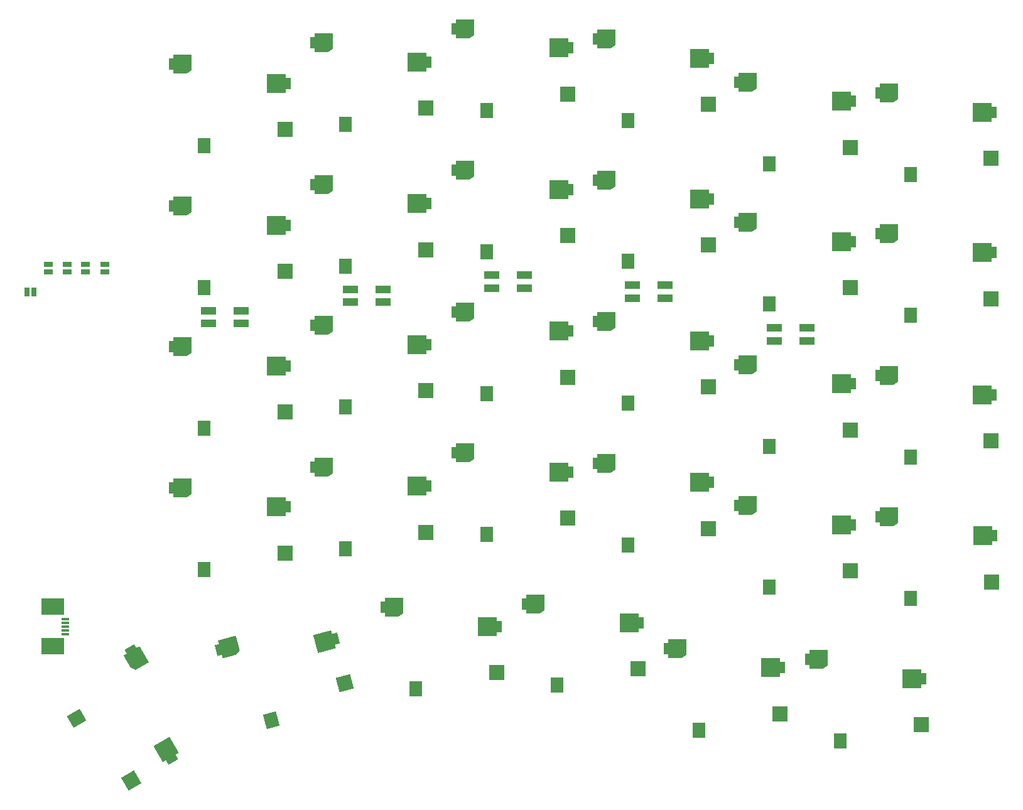
<source format=gbr>
%TF.GenerationSoftware,KiCad,Pcbnew,(5.99.0-9486-g75c525af4f)*%
%TF.CreationDate,2021-07-25T02:57:46+01:00*%
%TF.ProjectId,LimeKeyboard,4c696d65-4b65-4796-926f-6172642e6b69,rev?*%
%TF.SameCoordinates,Original*%
%TF.FileFunction,Paste,Top*%
%TF.FilePolarity,Positive*%
%FSLAX46Y46*%
G04 Gerber Fmt 4.6, Leading zero omitted, Abs format (unit mm)*
G04 Created by KiCad (PCBNEW (5.99.0-9486-g75c525af4f)) date 2021-07-25 02:57:46*
%MOMM*%
%LPD*%
G01*
G04 APERTURE LIST*
G04 Aperture macros list*
%AMRotRect*
0 Rectangle, with rotation*
0 The origin of the aperture is its center*
0 $1 length*
0 $2 width*
0 $3 Rotation angle, in degrees counterclockwise*
0 Add horizontal line*
21,1,$1,$2,0,0,$3*%
%AMFreePoly0*
4,1,24,2.735355,1.235355,2.750000,1.200000,2.750000,-0.800000,2.748029,-0.804757,2.749028,-0.809806,2.740927,-0.821903,2.735355,-0.835355,2.730600,-0.837325,2.727735,-0.841603,2.127735,-1.241603,2.113450,-1.244429,2.100000,-1.250000,0.300000,-1.250000,0.264645,-1.235355,0.250000,-1.200000,0.250000,-0.750000,-0.350000,-0.750000,-0.350000,0.750000,0.250000,0.750000,0.250000,1.200000,
0.264645,1.235355,0.300000,1.250000,2.700000,1.250000,2.735355,1.235355,2.735355,1.235355,$1*%
%AMFreePoly1*
4,1,17,-0.364645,1.235355,-0.350000,1.200000,-0.350000,0.750000,0.350000,0.750000,0.350000,-0.750000,-0.350000,-0.750000,-0.350000,-1.200000,-0.364645,-1.235355,-0.400000,-1.250000,-2.800000,-1.250000,-2.835355,-1.235355,-2.850000,-1.200000,-2.850000,1.200000,-2.835355,1.235355,-2.800000,1.250000,-0.400000,1.250000,-0.364645,1.235355,-0.364645,1.235355,$1*%
G04 Aperture macros list end*
%ADD10R,2.000000X1.000000*%
%ADD11FreePoly0,0.000000*%
%ADD12R,2.000000X2.000000*%
%ADD13R,1.800000X2.000000*%
%ADD14FreePoly1,0.000000*%
%ADD15R,0.635000X1.143000*%
%ADD16R,1.143000X0.635000*%
%ADD17RotRect,2.000000X2.000000X120.000000*%
%ADD18FreePoly0,300.000000*%
%ADD19FreePoly1,300.000000*%
%ADD20RotRect,1.800000X2.000000X120.000000*%
%ADD21RotRect,2.000000X2.000000X195.000000*%
%ADD22FreePoly0,15.000000*%
%ADD23FreePoly1,15.000000*%
%ADD24RotRect,1.800000X2.000000X195.000000*%
%ADD25R,1.100000X0.300000*%
%ADD26R,3.100000X2.300000*%
G04 APERTURE END LIST*
D10*
%TO.C,D35*%
X169281200Y-82726500D03*
X169281200Y-80976500D03*
X164881200Y-80976500D03*
X164881200Y-82726500D03*
%TD*%
D11*
%TO.C,SW1*%
X102759000Y-51211900D03*
D12*
X118059000Y-60011900D03*
D13*
X107159000Y-62211900D03*
D14*
X118459000Y-53811900D03*
%TD*%
D11*
%TO.C,SW24*%
X198009000Y-112211900D03*
D12*
X213309000Y-121011900D03*
D13*
X202409000Y-123211900D03*
D14*
X213709000Y-114811900D03*
%TD*%
D11*
%TO.C,SW3*%
X140859000Y-46421900D03*
D12*
X156159000Y-55221900D03*
D13*
X145259000Y-57421900D03*
D14*
X156559000Y-49021900D03*
%TD*%
D15*
%TO.C,W1*%
X83230720Y-81889600D03*
X84231480Y-81889600D03*
%TD*%
D16*
%TO.C,JP4*%
X86146300Y-79185680D03*
X86146300Y-78184920D03*
%TD*%
D10*
%TO.C,D36*%
X188445500Y-88492300D03*
X188445500Y-86742300D03*
X184045500Y-86742300D03*
X184045500Y-88492300D03*
%TD*%
D17*
%TO.C,SW25*%
X97284706Y-147756706D03*
D18*
X97255730Y-130106517D03*
D19*
X102854064Y-145003116D03*
D20*
X89929450Y-139417029D03*
%TD*%
D11*
%TO.C,SW29*%
X169459000Y-129977200D03*
D12*
X184759000Y-138777200D03*
D14*
X185159000Y-132577200D03*
D13*
X173859000Y-140977200D03*
%TD*%
D11*
%TO.C,SW30*%
X188509000Y-131477200D03*
D12*
X203809000Y-140277200D03*
D13*
X192909000Y-142477200D03*
D14*
X204209000Y-134077200D03*
%TD*%
D12*
%TO.C,SW21*%
X156159000Y-112411900D03*
D11*
X140859000Y-103611900D03*
D14*
X156559000Y-106211900D03*
D13*
X145259000Y-114611900D03*
%TD*%
D11*
%TO.C,SW20*%
X121759000Y-105511900D03*
D12*
X137059000Y-114311900D03*
D14*
X137459000Y-108111900D03*
D13*
X126159000Y-116511900D03*
%TD*%
D12*
%TO.C,SW23*%
X194259000Y-119511900D03*
D11*
X178959000Y-110711900D03*
D14*
X194659000Y-113311900D03*
D13*
X183359000Y-121711900D03*
%TD*%
D11*
%TO.C,SW27*%
X131259000Y-124461900D03*
D12*
X146559000Y-133261900D03*
D14*
X146959000Y-127061900D03*
D13*
X135659000Y-135461900D03*
%TD*%
D12*
%TO.C,SW17*%
X194259000Y-100511900D03*
D11*
X178959000Y-91711900D03*
D14*
X194659000Y-94311900D03*
D13*
X183359000Y-102711900D03*
%TD*%
D11*
%TO.C,SW15*%
X140859000Y-84611900D03*
D12*
X156159000Y-93411900D03*
D13*
X145259000Y-95611900D03*
D14*
X156559000Y-87211900D03*
%TD*%
D11*
%TO.C,SW14*%
X121759000Y-86411900D03*
D12*
X137059000Y-95211900D03*
D13*
X126159000Y-97411900D03*
D14*
X137459000Y-89011900D03*
%TD*%
D12*
%TO.C,SW16*%
X175159000Y-94711900D03*
D11*
X159859000Y-85911900D03*
D14*
X175559000Y-88511900D03*
D13*
X164259000Y-96911900D03*
%TD*%
D11*
%TO.C,SW28*%
X150359000Y-123961900D03*
D12*
X165659000Y-132761900D03*
D14*
X166059000Y-126561900D03*
D13*
X154759000Y-134961900D03*
%TD*%
D11*
%TO.C,SW19*%
X102759000Y-108311900D03*
D12*
X118059000Y-117111900D03*
D13*
X107159000Y-119311900D03*
D14*
X118459000Y-110911900D03*
%TD*%
D11*
%TO.C,SW22*%
X159859000Y-105011900D03*
D12*
X175159000Y-113811900D03*
D13*
X164259000Y-116011900D03*
D14*
X175559000Y-107611900D03*
%TD*%
D21*
%TO.C,SW26*%
X126120630Y-134709391D03*
D22*
X109064357Y-130169175D03*
D23*
X124902322Y-128617124D03*
D24*
X116161440Y-139655556D03*
%TD*%
D11*
%TO.C,SW18*%
X197959000Y-93211900D03*
D12*
X213259000Y-102011900D03*
D14*
X213659000Y-95811900D03*
D13*
X202359000Y-104211900D03*
%TD*%
D10*
%TO.C,D33*%
X131244700Y-83298000D03*
X131244700Y-81548000D03*
X126844700Y-81548000D03*
X126844700Y-83298000D03*
%TD*%
%TO.C,D32*%
X112133600Y-86194100D03*
X112133600Y-84444100D03*
X107733600Y-84444100D03*
X107733600Y-86194100D03*
%TD*%
%TO.C,D34*%
X150320100Y-81380300D03*
X150320100Y-79630300D03*
X145920100Y-79630300D03*
X145920100Y-81380300D03*
%TD*%
D16*
%TO.C,JP3*%
X88646300Y-79185680D03*
X88646300Y-78184920D03*
%TD*%
D11*
%TO.C,SW12*%
X197959000Y-74011900D03*
D12*
X213259000Y-82811900D03*
D14*
X213659000Y-76611900D03*
D13*
X202359000Y-85011900D03*
%TD*%
D12*
%TO.C,SW8*%
X137059000Y-76211900D03*
D11*
X121759000Y-67411900D03*
D14*
X137459000Y-70011900D03*
D13*
X126159000Y-78411900D03*
%TD*%
D12*
%TO.C,SW5*%
X194259000Y-62411900D03*
D11*
X178959000Y-53611900D03*
D14*
X194659000Y-56211900D03*
D13*
X183359000Y-64611900D03*
%TD*%
D12*
%TO.C,SW10*%
X175159000Y-75611900D03*
D11*
X159859000Y-66811900D03*
D13*
X164259000Y-77811900D03*
D14*
X175559000Y-69411900D03*
%TD*%
D16*
%TO.C,JP1*%
X93746300Y-79185680D03*
X93746300Y-78184920D03*
%TD*%
D12*
%TO.C,SW7*%
X118059000Y-79111900D03*
D11*
X102759000Y-70311900D03*
D13*
X107159000Y-81311900D03*
D14*
X118459000Y-72911900D03*
%TD*%
D11*
%TO.C,SW9*%
X140859000Y-65511900D03*
D12*
X156159000Y-74311900D03*
D14*
X156559000Y-68111900D03*
D13*
X145259000Y-76511900D03*
%TD*%
D12*
%TO.C,SW6*%
X213259000Y-63911900D03*
D11*
X197959000Y-55111900D03*
D14*
X213659000Y-57711900D03*
D13*
X202359000Y-66111900D03*
%TD*%
D12*
%TO.C,SW4*%
X175159000Y-56611900D03*
D11*
X159859000Y-47811900D03*
D13*
X164259000Y-58811900D03*
D14*
X175559000Y-50411900D03*
%TD*%
D16*
%TO.C,JP2*%
X91146300Y-79185680D03*
X91146300Y-78184920D03*
%TD*%
D12*
%TO.C,SW11*%
X194259000Y-81311900D03*
D11*
X178959000Y-72511900D03*
D13*
X183359000Y-83511900D03*
D14*
X194659000Y-75111900D03*
%TD*%
D12*
%TO.C,SW2*%
X137059000Y-57111900D03*
D11*
X121759000Y-48311900D03*
D13*
X126159000Y-59311900D03*
D14*
X137459000Y-50911900D03*
%TD*%
D11*
%TO.C,SW13*%
X102759000Y-89311900D03*
D12*
X118059000Y-98111900D03*
D13*
X107159000Y-100311900D03*
D14*
X118459000Y-91911900D03*
%TD*%
D25*
%TO.C,JOYSTICK*%
X88425000Y-126045000D03*
X88425000Y-126545000D03*
X88425000Y-127045000D03*
X88425000Y-127545000D03*
X88425000Y-128045000D03*
D26*
X86725000Y-129715000D03*
X86725000Y-124375000D03*
%TD*%
M02*

</source>
